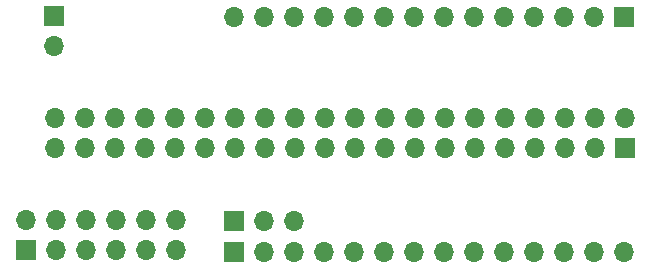
<source format=gbr>
%TF.GenerationSoftware,KiCad,Pcbnew,5.1.9-1.fc33*%
%TF.CreationDate,2021-02-04T09:32:01-05:00*%
%TF.ProjectId,c1kshim,63316b73-6869-46d2-9e6b-696361645f70,rev?*%
%TF.SameCoordinates,Original*%
%TF.FileFunction,Soldermask,Bot*%
%TF.FilePolarity,Negative*%
%FSLAX46Y46*%
G04 Gerber Fmt 4.6, Leading zero omitted, Abs format (unit mm)*
G04 Created by KiCad (PCBNEW 5.1.9-1.fc33) date 2021-02-04 09:32:01*
%MOMM*%
%LPD*%
G01*
G04 APERTURE LIST*
%ADD10R,1.700000X1.700000*%
%ADD11O,1.700000X1.700000*%
G04 APERTURE END LIST*
D10*
%TO.C,J1*%
X107400000Y-147360000D03*
D11*
X109940000Y-147360000D03*
X112480000Y-147360000D03*
X115020000Y-147360000D03*
X117560000Y-147360000D03*
X120100000Y-147360000D03*
X122640000Y-147360000D03*
X125180000Y-147360000D03*
X127720000Y-147360000D03*
X130260000Y-147360000D03*
X132800000Y-147360000D03*
X135340000Y-147360000D03*
X137880000Y-147360000D03*
X140420000Y-147360000D03*
%TD*%
%TO.C,J2*%
X107400000Y-127480000D03*
X109940000Y-127480000D03*
X112480000Y-127480000D03*
X115020000Y-127480000D03*
X117560000Y-127480000D03*
X120100000Y-127480000D03*
X122640000Y-127480000D03*
X125180000Y-127480000D03*
X127720000Y-127480000D03*
X130260000Y-127480000D03*
X132800000Y-127480000D03*
X135340000Y-127480000D03*
X137880000Y-127480000D03*
D10*
X140420000Y-127480000D03*
%TD*%
%TO.C,J3*%
X107400000Y-144790000D03*
D11*
X109940000Y-144790000D03*
X112480000Y-144790000D03*
%TD*%
D10*
%TO.C,J4*%
X92100000Y-127430000D03*
D11*
X92100000Y-129970000D03*
%TD*%
D10*
%TO.C,J11*%
X140445000Y-138560000D03*
D11*
X140445000Y-136020000D03*
X137905000Y-138560000D03*
X137905000Y-136020000D03*
X135365000Y-138560000D03*
X135365000Y-136020000D03*
X132825000Y-138560000D03*
X132825000Y-136020000D03*
X130285000Y-138560000D03*
X130285000Y-136020000D03*
X127745000Y-138560000D03*
X127745000Y-136020000D03*
X125205000Y-138560000D03*
X125205000Y-136020000D03*
X122665000Y-138560000D03*
X122665000Y-136020000D03*
X120125000Y-138560000D03*
X120125000Y-136020000D03*
X117585000Y-138560000D03*
X117585000Y-136020000D03*
X115045000Y-138560000D03*
X115045000Y-136020000D03*
X112505000Y-138560000D03*
X112505000Y-136020000D03*
X109965000Y-138560000D03*
X109965000Y-136020000D03*
X107425000Y-138560000D03*
X107425000Y-136020000D03*
X104885000Y-138560000D03*
X104885000Y-136020000D03*
X102345000Y-138560000D03*
X102345000Y-136020000D03*
X99805000Y-138560000D03*
X99805000Y-136020000D03*
X97265000Y-138560000D03*
X97265000Y-136020000D03*
X94725000Y-138560000D03*
X94725000Y-136020000D03*
X92185000Y-138560000D03*
X92185000Y-136020000D03*
%TD*%
D10*
%TO.C,J12*%
X89720000Y-147250000D03*
D11*
X89720000Y-144710000D03*
X92260000Y-147250000D03*
X92260000Y-144710000D03*
X94800000Y-147250000D03*
X94800000Y-144710000D03*
X97340000Y-147250000D03*
X97340000Y-144710000D03*
X99880000Y-147250000D03*
X99880000Y-144710000D03*
X102420000Y-147250000D03*
X102420000Y-144710000D03*
%TD*%
M02*

</source>
